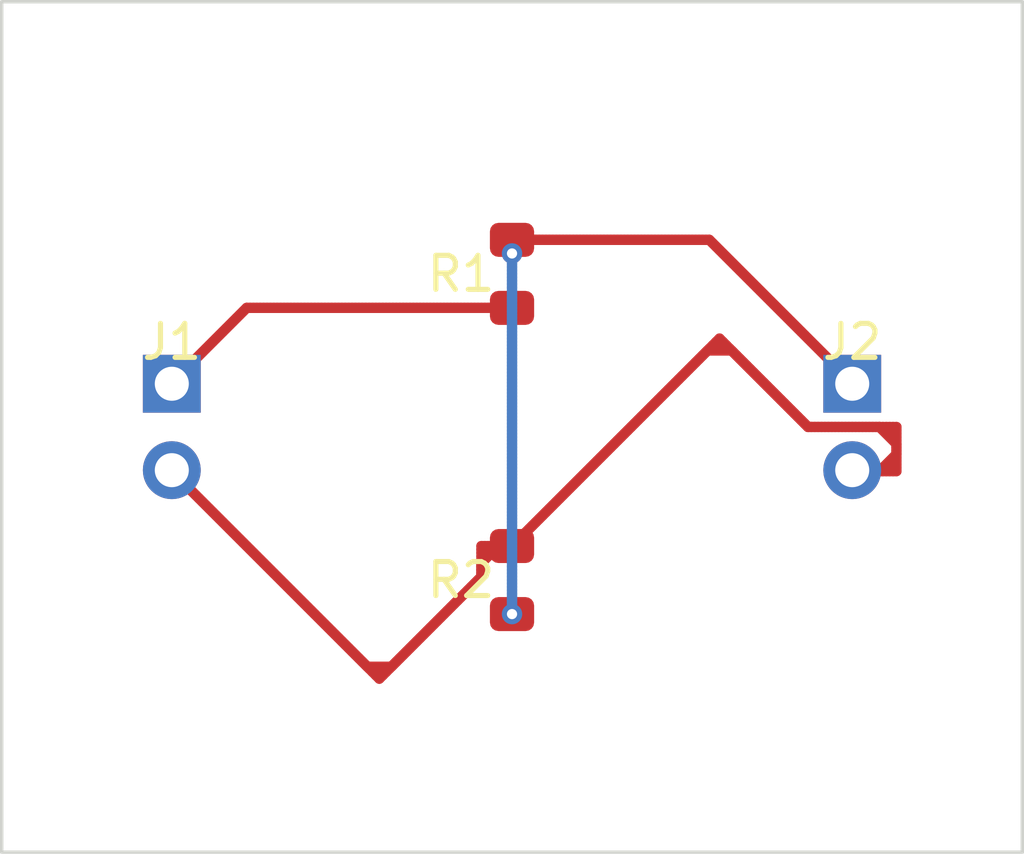
<source format=kicad_pcb>
(kicad_pcb (version 20240108) (generator "kicad-tools-demo") (generator_version "8.0")
  (layers (0 "F.Cu" signal) (31 "B.Cu" signal) (34 "B.Paste" user) (35 "F.Paste" user) (36 "B.SilkS" user "B.Silkscreen") (37 "F.SilkS" user "F.Silkscreen") (38 "B.Mask" user) (39 "F.Mask" user) (44 "Edge.Cuts" user))
  (net 0 "")
  (net 1 "VIN")
  (net 2 "VOUT")
  (net 3 "GND")
  (gr_rect (start 100.0 100.0) (end 130.0 125.0) (stroke (width 0.1)) (fill none) (layer "Edge.Cuts"))
  (footprint "Connector_PinHeader_2.54mm:PinHeader_1x02_P2.54mm_Vertical" (layer "F.Cu") (at 105.0 112.5)
    (fp_text reference "J1")
    (fp_text value "Conn_01x02")
  )
  (footprint "Resistor_SMD:R_0805_2012Metric" (layer "F.Cu") (at 115.0 108.0 90)
    (fp_text reference "R1")
    (fp_text value "10k")
  )
  (footprint "Resistor_SMD:R_0805_2012Metric" (layer "F.Cu") (at 115.0 117.0 90)
    (fp_text reference "R2")
    (fp_text value "10k")
  )
  (footprint "Connector_PinHeader_2.54mm:PinHeader_1x02_P2.54mm_Vertical" (layer "F.Cu") (at 125.0 112.5)
    (fp_text reference "J2")
    (fp_text value "Conn_01x02")
  )
  (segment (start 105.0000 113.7700) (end 105.0000 113.8000) (width 0.3) (layer "F.Cu") (net 3))
  (segment (start 105.0000 113.8000) (end 105.1000 113.9000) (width 0.3) (layer "F.Cu") (net 3))
  (segment (start 105.1000 113.9000) (end 105.2000 114.0000) (width 0.3) (layer "F.Cu") (net 3))
  (segment (start 105.2000 114.0000) (end 105.3000 114.1000) (width 0.3) (layer "F.Cu") (net 3))
  (segment (start 105.3000 114.1000) (end 105.4000 114.2000) (width 0.3) (layer "F.Cu") (net 3))
  (segment (start 105.4000 114.2000) (end 105.5000 114.3000) (width 0.3) (layer "F.Cu") (net 3))
  (segment (start 105.5000 114.3000) (end 105.6000 114.4000) (width 0.3) (layer "F.Cu") (net 3))
  (segment (start 105.6000 114.4000) (end 105.7000 114.5000) (width 0.3) (layer "F.Cu") (net 3))
  (segment (start 105.7000 114.5000) (end 105.8000 114.6000) (width 0.3) (layer "F.Cu") (net 3))
  (segment (start 105.8000 114.6000) (end 105.9000 114.7000) (width 0.3) (layer "F.Cu") (net 3))
  (segment (start 105.9000 114.7000) (end 106.0000 114.8000) (width 0.3) (layer "F.Cu") (net 3))
  (segment (start 106.0000 114.8000) (end 106.1000 114.9000) (width 0.3) (layer "F.Cu") (net 3))
  (segment (start 106.1000 114.9000) (end 106.2000 115.0000) (width 0.3) (layer "F.Cu") (net 3))
  (segment (start 106.2000 115.0000) (end 106.3000 115.1000) (width 0.3) (layer "F.Cu") (net 3))
  (segment (start 106.3000 115.1000) (end 106.4000 115.2000) (width 0.3) (layer "F.Cu") (net 3))
  (segment (start 106.4000 115.2000) (end 106.5000 115.3000) (width 0.3) (layer "F.Cu") (net 3))
  (segment (start 106.5000 115.3000) (end 106.6000 115.4000) (width 0.3) (layer "F.Cu") (net 3))
  (segment (start 106.6000 115.4000) (end 106.7000 115.5000) (width 0.3) (layer "F.Cu") (net 3))
  (segment (start 106.7000 115.5000) (end 106.8000 115.6000) (width 0.3) (layer "F.Cu") (net 3))
  (segment (start 106.8000 115.6000) (end 106.9000 115.7000) (width 0.3) (layer "F.Cu") (net 3))
  (segment (start 106.9000 115.7000) (end 107.0000 115.8000) (width 0.3) (layer "F.Cu") (net 3))
  (segment (start 107.0000 115.8000) (end 107.1000 115.9000) (width 0.3) (layer "F.Cu") (net 3))
  (segment (start 107.1000 115.9000) (end 107.2000 116.0000) (width 0.3) (layer "F.Cu") (net 3))
  (segment (start 107.2000 116.0000) (end 107.3000 116.1000) (width 0.3) (layer "F.Cu") (net 3))
  (segment (start 107.3000 116.1000) (end 107.4000 116.2000) (width 0.3) (layer "F.Cu") (net 3))
  (segment (start 107.4000 116.2000) (end 107.5000 116.3000) (width 0.3) (layer "F.Cu") (net 3))
  (segment (start 107.5000 116.3000) (end 107.6000 116.4000) (width 0.3) (layer "F.Cu") (net 3))
  (segment (start 107.6000 116.4000) (end 107.7000 116.5000) (width 0.3) (layer "F.Cu") (net 3))
  (segment (start 107.7000 116.5000) (end 107.8000 116.6000) (width 0.3) (layer "F.Cu") (net 3))
  (segment (start 107.8000 116.6000) (end 107.9000 116.7000) (width 0.3) (layer "F.Cu") (net 3))
  (segment (start 107.9000 116.7000) (end 108.0000 116.8000) (width 0.3) (layer "F.Cu") (net 3))
  (segment (start 108.0000 116.8000) (end 108.1000 116.9000) (width 0.3) (layer "F.Cu") (net 3))
  (segment (start 108.1000 116.9000) (end 108.2000 117.0000) (width 0.3) (layer "F.Cu") (net 3))
  (segment (start 108.2000 117.0000) (end 108.3000 117.1000) (width 0.3) (layer "F.Cu") (net 3))
  (segment (start 108.3000 117.1000) (end 108.4000 117.2000) (width 0.3) (layer "F.Cu") (net 3))
  (segment (start 108.4000 117.2000) (end 108.5000 117.3000) (width 0.3) (layer "F.Cu") (net 3))
  (segment (start 108.5000 117.3000) (end 108.6000 117.4000) (width 0.3) (layer "F.Cu") (net 3))
  (segment (start 108.6000 117.4000) (end 108.7000 117.5000) (width 0.3) (layer "F.Cu") (net 3))
  (segment (start 108.7000 117.5000) (end 108.8000 117.6000) (width 0.3) (layer "F.Cu") (net 3))
  (segment (start 108.8000 117.6000) (end 108.9000 117.7000) (width 0.3) (layer "F.Cu") (net 3))
  (segment (start 108.9000 117.7000) (end 109.0000 117.8000) (width 0.3) (layer "F.Cu") (net 3))
  (segment (start 109.0000 117.8000) (end 109.1000 117.9000) (width 0.3) (layer "F.Cu") (net 3))
  (segment (start 109.1000 117.9000) (end 109.2000 118.0000) (width 0.3) (layer "F.Cu") (net 3))
  (segment (start 109.2000 118.0000) (end 109.3000 118.1000) (width 0.3) (layer "F.Cu") (net 3))
  (segment (start 109.3000 118.1000) (end 109.4000 118.2000) (width 0.3) (layer "F.Cu") (net 3))
  (segment (start 109.4000 118.2000) (end 109.5000 118.3000) (width 0.3) (layer "F.Cu") (net 3))
  (segment (start 109.5000 118.3000) (end 109.6000 118.4000) (width 0.3) (layer "F.Cu") (net 3))
  (segment (start 109.6000 118.4000) (end 109.7000 118.5000) (width 0.3) (layer "F.Cu") (net 3))
  (segment (start 109.7000 118.5000) (end 109.8000 118.6000) (width 0.3) (layer "F.Cu") (net 3))
  (segment (start 109.8000 118.6000) (end 109.9000 118.7000) (width 0.3) (layer "F.Cu") (net 3))
  (segment (start 109.9000 118.7000) (end 110.0000 118.8000) (width 0.3) (layer "F.Cu") (net 3))
  (segment (start 110.0000 118.8000) (end 110.1000 118.9000) (width 0.3) (layer "F.Cu") (net 3))
  (segment (start 110.1000 118.9000) (end 110.2000 119.0000) (width 0.3) (layer "F.Cu") (net 3))
  (segment (start 110.2000 119.0000) (end 110.3000 119.1000) (width 0.3) (layer "F.Cu") (net 3))
  (segment (start 110.3000 119.1000) (end 110.4000 119.2000) (width 0.3) (layer "F.Cu") (net 3))
  (segment (start 110.4000 119.2000) (end 110.5000 119.3000) (width 0.3) (layer "F.Cu") (net 3))
  (segment (start 110.5000 119.3000) (end 110.6000 119.4000) (width 0.3) (layer "F.Cu") (net 3))
  (segment (start 110.6000 119.4000) (end 110.7000 119.5000) (width 0.3) (layer "F.Cu") (net 3))
  (segment (start 110.7000 119.5000) (end 110.8000 119.6000) (width 0.3) (layer "F.Cu") (net 3))
  (segment (start 110.8000 119.6000) (end 110.9000 119.7000) (width 0.3) (layer "F.Cu") (net 3))
  (segment (start 110.9000 119.7000) (end 111.0000 119.8000) (width 0.3) (layer "F.Cu") (net 3))
  (segment (start 111.0000 119.8000) (end 111.1000 119.9000) (width 0.3) (layer "F.Cu") (net 3))
  (segment (start 111.1000 119.9000) (end 111.2000 119.8000) (width 0.3) (layer "F.Cu") (net 3))
  (segment (start 111.2000 119.8000) (end 111.3000 119.7000) (width 0.3) (layer "F.Cu") (net 3))
  (segment (start 111.3000 119.7000) (end 111.4000 119.6000) (width 0.3) (layer "F.Cu") (net 3))
  (segment (start 111.4000 119.6000) (end 111.5000 119.5000) (width 0.3) (layer "F.Cu") (net 3))
  (segment (start 111.5000 119.5000) (end 111.6000 119.4000) (width 0.3) (layer "F.Cu") (net 3))
  (segment (start 111.6000 119.4000) (end 111.7000 119.3000) (width 0.3) (layer "F.Cu") (net 3))
  (segment (start 111.7000 119.3000) (end 111.8000 119.2000) (width 0.3) (layer "F.Cu") (net 3))
  (segment (start 111.8000 119.2000) (end 111.9000 119.1000) (width 0.3) (layer "F.Cu") (net 3))
  (segment (start 111.9000 119.1000) (end 112.0000 119.0000) (width 0.3) (layer "F.Cu") (net 3))
  (segment (start 112.0000 119.0000) (end 112.1000 118.9000) (width 0.3) (layer "F.Cu") (net 3))
  (segment (start 112.1000 118.9000) (end 112.2000 118.8000) (width 0.3) (layer "F.Cu") (net 3))
  (segment (start 112.2000 118.8000) (end 112.3000 118.7000) (width 0.3) (layer "F.Cu") (net 3))
  (segment (start 112.3000 118.7000) (end 112.4000 118.6000) (width 0.3) (layer "F.Cu") (net 3))
  (segment (start 112.4000 118.6000) (end 112.5000 118.5000) (width 0.3) (layer "F.Cu") (net 3))
  (segment (start 112.5000 118.5000) (end 112.6000 118.4000) (width 0.3) (layer "F.Cu") (net 3))
  (segment (start 112.6000 118.4000) (end 112.7000 118.3000) (width 0.3) (layer "F.Cu") (net 3))
  (segment (start 112.7000 118.3000) (end 112.8000 118.2000) (width 0.3) (layer "F.Cu") (net 3))
  (segment (start 112.8000 118.2000) (end 112.9000 118.1000) (width 0.3) (layer "F.Cu") (net 3))
  (segment (start 112.9000 118.1000) (end 113.0000 118.0000) (width 0.3) (layer "F.Cu") (net 3))
  (segment (start 113.0000 118.0000) (end 113.1000 117.9000) (width 0.3) (layer "F.Cu") (net 3))
  (segment (start 113.1000 117.9000) (end 113.2000 117.8000) (width 0.3) (layer "F.Cu") (net 3))
  (segment (start 113.2000 117.8000) (end 113.3000 117.7000) (width 0.3) (layer "F.Cu") (net 3))
  (segment (start 113.3000 117.7000) (end 113.4000 117.6000) (width 0.3) (layer "F.Cu") (net 3))
  (segment (start 113.4000 117.6000) (end 113.5000 117.5000) (width 0.3) (layer "F.Cu") (net 3))
  (segment (start 113.5000 117.5000) (end 113.6000 117.4000) (width 0.3) (layer "F.Cu") (net 3))
  (segment (start 113.6000 117.4000) (end 113.7000 117.3000) (width 0.3) (layer "F.Cu") (net 3))
  (segment (start 113.7000 117.3000) (end 113.8000 117.2000) (width 0.3) (layer "F.Cu") (net 3))
  (segment (start 113.8000 117.2000) (end 113.9000 117.1000) (width 0.3) (layer "F.Cu") (net 3))
  (segment (start 113.9000 117.1000) (end 114.0000 117.0000) (width 0.3) (layer "F.Cu") (net 3))
  (segment (start 114.0000 117.0000) (end 114.1000 116.9000) (width 0.3) (layer "F.Cu") (net 3))
  (segment (start 114.1000 116.9000) (end 114.1000 116.8000) (width 0.3) (layer "F.Cu") (net 3))
  (segment (start 114.1000 116.8000) (end 114.1000 116.7000) (width 0.3) (layer "F.Cu") (net 3))
  (segment (start 114.1000 116.7000) (end 114.1000 116.6000) (width 0.3) (layer "F.Cu") (net 3))
  (segment (start 114.1000 116.6000) (end 114.1000 116.5000) (width 0.3) (layer "F.Cu") (net 3))
  (segment (start 114.1000 116.5000) (end 114.1000 116.4000) (width 0.3) (layer "F.Cu") (net 3))
  (segment (start 114.1000 116.4000) (end 114.1000 116.3000) (width 0.3) (layer "F.Cu") (net 3))
  (segment (start 114.1000 116.3000) (end 114.1000 116.2000) (width 0.3) (layer "F.Cu") (net 3))
  (segment (start 114.1000 116.2000) (end 114.1000 116.1000) (width 0.3) (layer "F.Cu") (net 3))
  (segment (start 114.1000 116.1000) (end 114.1000 116.0000) (width 0.3) (layer "F.Cu") (net 3))
  (segment (start 114.1000 116.0000) (end 114.2000 116.0000) (width 0.3) (layer "F.Cu") (net 3))
  (segment (start 114.2000 116.0000) (end 114.3000 116.0000) (width 0.3) (layer "F.Cu") (net 3))
  (segment (start 114.3000 116.0000) (end 114.4000 116.0000) (width 0.3) (layer "F.Cu") (net 3))
  (segment (start 114.4000 116.0000) (end 114.5000 116.0000) (width 0.3) (layer "F.Cu") (net 3))
  (segment (start 114.5000 116.0000) (end 114.6000 116.0000) (width 0.3) (layer "F.Cu") (net 3))
  (segment (start 114.6000 116.0000) (end 114.7000 116.0000) (width 0.3) (layer "F.Cu") (net 3))
  (segment (start 114.7000 116.0000) (end 114.8000 116.0000) (width 0.3) (layer "F.Cu") (net 3))
  (segment (start 114.8000 116.0000) (end 114.9000 116.0000) (width 0.3) (layer "F.Cu") (net 3))
  (segment (start 114.9000 116.0000) (end 115.0000 116.0000) (width 0.3) (layer "F.Cu") (net 3))
  (segment (start 115.0000 116.0000) (end 115.1000 115.9000) (width 0.3) (layer "F.Cu") (net 3))
  (segment (start 115.1000 115.9000) (end 115.2000 115.8000) (width 0.3) (layer "F.Cu") (net 3))
  (segment (start 115.2000 115.8000) (end 115.3000 115.7000) (width 0.3) (layer "F.Cu") (net 3))
  (segment (start 115.3000 115.7000) (end 115.4000 115.6000) (width 0.3) (layer "F.Cu") (net 3))
  (segment (start 115.4000 115.6000) (end 115.5000 115.5000) (width 0.3) (layer "F.Cu") (net 3))
  (segment (start 115.5000 115.5000) (end 115.6000 115.4000) (width 0.3) (layer "F.Cu") (net 3))
  (segment (start 115.6000 115.4000) (end 115.7000 115.3000) (width 0.3) (layer "F.Cu") (net 3))
  (segment (start 115.7000 115.3000) (end 115.8000 115.2000) (width 0.3) (layer "F.Cu") (net 3))
  (segment (start 115.8000 115.2000) (end 115.9000 115.1000) (width 0.3) (layer "F.Cu") (net 3))
  (segment (start 115.9000 115.1000) (end 116.0000 115.0000) (width 0.3) (layer "F.Cu") (net 3))
  (segment (start 116.0000 115.0000) (end 116.1000 114.9000) (width 0.3) (layer "F.Cu") (net 3))
  (segment (start 116.1000 114.9000) (end 116.2000 114.8000) (width 0.3) (layer "F.Cu") (net 3))
  (segment (start 116.2000 114.8000) (end 116.3000 114.7000) (width 0.3) (layer "F.Cu") (net 3))
  (segment (start 116.3000 114.7000) (end 116.4000 114.6000) (width 0.3) (layer "F.Cu") (net 3))
  (segment (start 116.4000 114.6000) (end 116.5000 114.5000) (width 0.3) (layer "F.Cu") (net 3))
  (segment (start 116.5000 114.5000) (end 116.6000 114.4000) (width 0.3) (layer "F.Cu") (net 3))
  (segment (start 116.6000 114.4000) (end 116.7000 114.3000) (width 0.3) (layer "F.Cu") (net 3))
  (segment (start 116.7000 114.3000) (end 116.8000 114.2000) (width 0.3) (layer "F.Cu") (net 3))
  (segment (start 116.8000 114.2000) (end 116.9000 114.1000) (width 0.3) (layer "F.Cu") (net 3))
  (segment (start 116.9000 114.1000) (end 117.0000 114.0000) (width 0.3) (layer "F.Cu") (net 3))
  (segment (start 117.0000 114.0000) (end 117.1000 113.9000) (width 0.3) (layer "F.Cu") (net 3))
  (segment (start 117.1000 113.9000) (end 117.2000 113.8000) (width 0.3) (layer "F.Cu") (net 3))
  (segment (start 117.2000 113.8000) (end 117.3000 113.7000) (width 0.3) (layer "F.Cu") (net 3))
  (segment (start 117.3000 113.7000) (end 117.4000 113.6000) (width 0.3) (layer "F.Cu") (net 3))
  (segment (start 117.4000 113.6000) (end 117.5000 113.5000) (width 0.3) (layer "F.Cu") (net 3))
  (segment (start 117.5000 113.5000) (end 117.6000 113.4000) (width 0.3) (layer "F.Cu") (net 3))
  (segment (start 117.6000 113.4000) (end 117.7000 113.3000) (width 0.3) (layer "F.Cu") (net 3))
  (segment (start 117.7000 113.3000) (end 117.8000 113.2000) (width 0.3) (layer "F.Cu") (net 3))
  (segment (start 117.8000 113.2000) (end 117.9000 113.1000) (width 0.3) (layer "F.Cu") (net 3))
  (segment (start 117.9000 113.1000) (end 118.0000 113.0000) (width 0.3) (layer "F.Cu") (net 3))
  (segment (start 118.0000 113.0000) (end 118.1000 112.9000) (width 0.3) (layer "F.Cu") (net 3))
  (segment (start 118.1000 112.9000) (end 118.2000 112.8000) (width 0.3) (layer "F.Cu") (net 3))
  (segment (start 118.2000 112.8000) (end 118.3000 112.7000) (width 0.3) (layer "F.Cu") (net 3))
  (segment (start 118.3000 112.7000) (end 118.4000 112.6000) (width 0.3) (layer "F.Cu") (net 3))
  (segment (start 118.4000 112.6000) (end 118.5000 112.5000) (width 0.3) (layer "F.Cu") (net 3))
  (segment (start 118.5000 112.5000) (end 118.6000 112.4000) (width 0.3) (layer "F.Cu") (net 3))
  (segment (start 118.6000 112.4000) (end 118.7000 112.3000) (width 0.3) (layer "F.Cu") (net 3))
  (segment (start 118.7000 112.3000) (end 118.8000 112.2000) (width 0.3) (layer "F.Cu") (net 3))
  (segment (start 118.8000 112.2000) (end 118.9000 112.1000) (width 0.3) (layer "F.Cu") (net 3))
  (segment (start 118.9000 112.1000) (end 119.0000 112.0000) (width 0.3) (layer "F.Cu") (net 3))
  (segment (start 119.0000 112.0000) (end 119.1000 111.9000) (width 0.3) (layer "F.Cu") (net 3))
  (segment (start 119.1000 111.9000) (end 119.2000 111.8000) (width 0.3) (layer "F.Cu") (net 3))
  (segment (start 119.2000 111.8000) (end 119.3000 111.7000) (width 0.3) (layer "F.Cu") (net 3))
  (segment (start 119.3000 111.7000) (end 119.4000 111.6000) (width 0.3) (layer "F.Cu") (net 3))
  (segment (start 119.4000 111.6000) (end 119.5000 111.5000) (width 0.3) (layer "F.Cu") (net 3))
  (segment (start 119.5000 111.5000) (end 119.6000 111.4000) (width 0.3) (layer "F.Cu") (net 3))
  (segment (start 119.6000 111.4000) (end 119.7000 111.3000) (width 0.3) (layer "F.Cu") (net 3))
  (segment (start 119.7000 111.3000) (end 119.8000 111.2000) (width 0.3) (layer "F.Cu") (net 3))
  (segment (start 119.8000 111.2000) (end 119.9000 111.1000) (width 0.3) (layer "F.Cu") (net 3))
  (segment (start 119.9000 111.1000) (end 120.0000 111.0000) (width 0.3) (layer "F.Cu") (net 3))
  (segment (start 120.0000 111.0000) (end 120.1000 110.9000) (width 0.3) (layer "F.Cu") (net 3))
  (segment (start 120.1000 110.9000) (end 120.2000 110.8000) (width 0.3) (layer "F.Cu") (net 3))
  (segment (start 120.2000 110.8000) (end 120.3000 110.7000) (width 0.3) (layer "F.Cu") (net 3))
  (segment (start 120.3000 110.7000) (end 120.4000 110.6000) (width 0.3) (layer "F.Cu") (net 3))
  (segment (start 120.4000 110.6000) (end 120.5000 110.5000) (width 0.3) (layer "F.Cu") (net 3))
  (segment (start 120.5000 110.5000) (end 120.6000 110.4000) (width 0.3) (layer "F.Cu") (net 3))
  (segment (start 120.6000 110.4000) (end 120.7000 110.3000) (width 0.3) (layer "F.Cu") (net 3))
  (segment (start 120.7000 110.3000) (end 120.8000 110.2000) (width 0.3) (layer "F.Cu") (net 3))
  (segment (start 120.8000 110.2000) (end 120.9000 110.1000) (width 0.3) (layer "F.Cu") (net 3))
  (segment (start 120.9000 110.1000) (end 121.0000 110.0000) (width 0.3) (layer "F.Cu") (net 3))
  (segment (start 121.0000 110.0000) (end 121.1000 109.9000) (width 0.3) (layer "F.Cu") (net 3))
  (segment (start 121.1000 109.9000) (end 121.2000 110.0000) (width 0.3) (layer "F.Cu") (net 3))
  (segment (start 121.2000 110.0000) (end 121.3000 110.1000) (width 0.3) (layer "F.Cu") (net 3))
  (segment (start 121.3000 110.1000) (end 121.4000 110.2000) (width 0.3) (layer "F.Cu") (net 3))
  (segment (start 121.4000 110.2000) (end 121.5000 110.3000) (width 0.3) (layer "F.Cu") (net 3))
  (segment (start 121.5000 110.3000) (end 121.6000 110.4000) (width 0.3) (layer "F.Cu") (net 3))
  (segment (start 121.6000 110.4000) (end 121.7000 110.5000) (width 0.3) (layer "F.Cu") (net 3))
  (segment (start 121.7000 110.5000) (end 121.8000 110.6000) (width 0.3) (layer "F.Cu") (net 3))
  (segment (start 121.8000 110.6000) (end 121.9000 110.7000) (width 0.3) (layer "F.Cu") (net 3))
  (segment (start 121.9000 110.7000) (end 122.0000 110.8000) (width 0.3) (layer "F.Cu") (net 3))
  (segment (start 122.0000 110.8000) (end 122.1000 110.9000) (width 0.3) (layer "F.Cu") (net 3))
  (segment (start 122.1000 110.9000) (end 122.2000 111.0000) (width 0.3) (layer "F.Cu") (net 3))
  (segment (start 122.2000 111.0000) (end 122.3000 111.1000) (width 0.3) (layer "F.Cu") (net 3))
  (segment (start 122.3000 111.1000) (end 122.4000 111.2000) (width 0.3) (layer "F.Cu") (net 3))
  (segment (start 122.4000 111.2000) (end 122.5000 111.3000) (width 0.3) (layer "F.Cu") (net 3))
  (segment (start 122.5000 111.3000) (end 122.6000 111.4000) (width 0.3) (layer "F.Cu") (net 3))
  (segment (start 122.6000 111.4000) (end 122.7000 111.5000) (width 0.3) (layer "F.Cu") (net 3))
  (segment (start 122.7000 111.5000) (end 122.8000 111.6000) (width 0.3) (layer "F.Cu") (net 3))
  (segment (start 122.8000 111.6000) (end 122.9000 111.7000) (width 0.3) (layer "F.Cu") (net 3))
  (segment (start 122.9000 111.7000) (end 123.0000 111.8000) (width 0.3) (layer "F.Cu") (net 3))
  (segment (start 123.0000 111.8000) (end 123.1000 111.9000) (width 0.3) (layer "F.Cu") (net 3))
  (segment (start 123.1000 111.9000) (end 123.2000 112.0000) (width 0.3) (layer "F.Cu") (net 3))
  (segment (start 123.2000 112.0000) (end 123.3000 112.1000) (width 0.3) (layer "F.Cu") (net 3))
  (segment (start 123.3000 112.1000) (end 123.4000 112.2000) (width 0.3) (layer "F.Cu") (net 3))
  (segment (start 123.4000 112.2000) (end 123.5000 112.3000) (width 0.3) (layer "F.Cu") (net 3))
  (segment (start 123.5000 112.3000) (end 123.6000 112.4000) (width 0.3) (layer "F.Cu") (net 3))
  (segment (start 123.6000 112.4000) (end 123.7000 112.5000) (width 0.3) (layer "F.Cu") (net 3))
  (segment (start 123.7000 112.5000) (end 123.8000 112.5000) (width 0.3) (layer "F.Cu") (net 3))
  (segment (start 123.8000 112.5000) (end 123.9000 112.5000) (width 0.3) (layer "F.Cu") (net 3))
  (segment (start 123.9000 112.5000) (end 124.0000 112.5000) (width 0.3) (layer "F.Cu") (net 3))
  (segment (start 124.0000 112.5000) (end 124.1000 112.5000) (width 0.3) (layer "F.Cu") (net 3))
  (segment (start 124.1000 112.5000) (end 124.2000 112.5000) (width 0.3) (layer "F.Cu") (net 3))
  (segment (start 124.2000 112.5000) (end 124.3000 112.5000) (width 0.3) (layer "F.Cu") (net 3))
  (segment (start 124.3000 112.5000) (end 124.4000 112.5000) (width 0.3) (layer "F.Cu") (net 3))
  (segment (start 124.4000 112.5000) (end 124.5000 112.5000) (width 0.3) (layer "F.Cu") (net 3))
  (segment (start 124.5000 112.5000) (end 124.6000 112.5000) (width 0.3) (layer "F.Cu") (net 3))
  (segment (start 124.6000 112.5000) (end 124.7000 112.5000) (width 0.3) (layer "F.Cu") (net 3))
  (segment (start 124.7000 112.5000) (end 124.8000 112.5000) (width 0.3) (layer "F.Cu") (net 3))
  (segment (start 124.8000 112.5000) (end 124.9000 112.5000) (width 0.3) (layer "F.Cu") (net 3))
  (segment (start 124.9000 112.5000) (end 125.0000 112.5000) (width 0.3) (layer "F.Cu") (net 3))
  (segment (start 125.0000 112.5000) (end 125.1000 112.5000) (width 0.3) (layer "F.Cu") (net 3))
  (segment (start 125.1000 112.5000) (end 125.2000 112.5000) (width 0.3) (layer "F.Cu") (net 3))
  (segment (start 125.2000 112.5000) (end 125.3000 112.5000) (width 0.3) (layer "F.Cu") (net 3))
  (segment (start 125.3000 112.5000) (end 125.4000 112.5000) (width 0.3) (layer "F.Cu") (net 3))
  (segment (start 125.4000 112.5000) (end 125.5000 112.5000) (width 0.3) (layer "F.Cu") (net 3))
  (segment (start 125.5000 112.5000) (end 125.6000 112.5000) (width 0.3) (layer "F.Cu") (net 3))
  (segment (start 125.6000 112.5000) (end 125.7000 112.5000) (width 0.3) (layer "F.Cu") (net 3))
  (segment (start 125.7000 112.5000) (end 125.8000 112.5000) (width 0.3) (layer "F.Cu") (net 3))
  (segment (start 125.8000 112.5000) (end 125.9000 112.5000) (width 0.3) (layer "F.Cu") (net 3))
  (segment (start 125.9000 112.5000) (end 126.0000 112.5000) (width 0.3) (layer "F.Cu") (net 3))
  (segment (start 126.0000 112.5000) (end 126.1000 112.5000) (width 0.3) (layer "F.Cu") (net 3))
  (segment (start 126.1000 112.5000) (end 126.2000 112.5000) (width 0.3) (layer "F.Cu") (net 3))
  (segment (start 126.2000 112.5000) (end 126.3000 112.5000) (width 0.3) (layer "F.Cu") (net 3))
  (segment (start 126.3000 112.5000) (end 126.3000 112.6000) (width 0.3) (layer "F.Cu") (net 3))
  (segment (start 126.3000 112.6000) (end 126.3000 112.7000) (width 0.3) (layer "F.Cu") (net 3))
  (segment (start 126.3000 112.7000) (end 126.3000 112.8000) (width 0.3) (layer "F.Cu") (net 3))
  (segment (start 126.3000 112.8000) (end 126.3000 112.9000) (width 0.3) (layer "F.Cu") (net 3))
  (segment (start 126.3000 112.9000) (end 126.3000 113.0000) (width 0.3) (layer "F.Cu") (net 3))
  (segment (start 126.3000 113.0000) (end 126.3000 113.1000) (width 0.3) (layer "F.Cu") (net 3))
  (segment (start 126.3000 113.1000) (end 126.3000 113.2000) (width 0.3) (layer "F.Cu") (net 3))
  (segment (start 126.3000 113.2000) (end 126.3000 113.3000) (width 0.3) (layer "F.Cu") (net 3))
  (segment (start 126.3000 113.3000) (end 126.3000 113.4000) (width 0.3) (layer "F.Cu") (net 3))
  (segment (start 126.3000 113.4000) (end 126.3000 113.5000) (width 0.3) (layer "F.Cu") (net 3))
  (segment (start 126.3000 113.5000) (end 126.3000 113.6000) (width 0.3) (layer "F.Cu") (net 3))
  (segment (start 126.3000 113.6000) (end 126.3000 113.7000) (width 0.3) (layer "F.Cu") (net 3))
  (segment (start 126.3000 113.7000) (end 126.3000 113.8000) (width 0.3) (layer "F.Cu") (net 3))
  (segment (start 126.3000 113.8000) (end 126.2000 113.8000) (width 0.3) (layer "F.Cu") (net 3))
  (segment (start 126.2000 113.8000) (end 126.1000 113.8000) (width 0.3) (layer "F.Cu") (net 3))
  (segment (start 126.1000 113.8000) (end 126.0000 113.8000) (width 0.3) (layer "F.Cu") (net 3))
  (segment (start 126.0000 113.8000) (end 125.9000 113.8000) (width 0.3) (layer "F.Cu") (net 3))
  (segment (start 125.9000 113.8000) (end 125.8000 113.8000) (width 0.3) (layer "F.Cu") (net 3))
  (segment (start 125.8000 113.8000) (end 125.7000 113.8000) (width 0.3) (layer "F.Cu") (net 3))
  (segment (start 125.7000 113.8000) (end 125.6000 113.8000) (width 0.3) (layer "F.Cu") (net 3))
  (segment (start 125.6000 113.8000) (end 125.5000 113.8000) (width 0.3) (layer "F.Cu") (net 3))
  (segment (start 125.5000 113.8000) (end 125.4000 113.8000) (width 0.3) (layer "F.Cu") (net 3))
  (segment (start 125.4000 113.8000) (end 125.3000 113.8000) (width 0.3) (layer "F.Cu") (net 3))
  (segment (start 125.3000 113.8000) (end 125.2000 113.8000) (width 0.3) (layer "F.Cu") (net 3))
  (segment (start 125.2000 113.8000) (end 125.1000 113.8000) (width 0.3) (layer "F.Cu") (net 3))
  (segment (start 125.1000 113.8000) (end 125.0000 113.8000) (width 0.3) (layer "F.Cu") (net 3))
  (segment (start 125.0000 113.8000) (end 125.0000 113.7700) (width 0.3) (layer "F.Cu") (net 3))
  (segment (start 105.0000 111.2300) (end 105.0000 111.2000) (width 0.3) (layer "F.Cu") (net 1))
  (segment (start 105.0000 111.2000) (end 105.1000 111.1000) (width 0.3) (layer "F.Cu") (net 1))
  (segment (start 105.1000 111.1000) (end 105.2000 111.0000) (width 0.3) (layer "F.Cu") (net 1))
  (segment (start 105.2000 111.0000) (end 105.3000 110.9000) (width 0.3) (layer "F.Cu") (net 1))
  (segment (start 105.3000 110.9000) (end 105.4000 110.8000) (width 0.3) (layer "F.Cu") (net 1))
  (segment (start 105.4000 110.8000) (end 105.5000 110.7000) (width 0.3) (layer "F.Cu") (net 1))
  (segment (start 105.5000 110.7000) (end 105.6000 110.6000) (width 0.3) (layer "F.Cu") (net 1))
  (segment (start 105.6000 110.6000) (end 105.7000 110.5000) (width 0.3) (layer "F.Cu") (net 1))
  (segment (start 105.7000 110.5000) (end 105.8000 110.4000) (width 0.3) (layer "F.Cu") (net 1))
  (segment (start 105.8000 110.4000) (end 105.9000 110.3000) (width 0.3) (layer "F.Cu") (net 1))
  (segment (start 105.9000 110.3000) (end 106.0000 110.2000) (width 0.3) (layer "F.Cu") (net 1))
  (segment (start 106.0000 110.2000) (end 106.1000 110.1000) (width 0.3) (layer "F.Cu") (net 1))
  (segment (start 106.1000 110.1000) (end 106.2000 110.0000) (width 0.3) (layer "F.Cu") (net 1))
  (segment (start 106.2000 110.0000) (end 106.3000 109.9000) (width 0.3) (layer "F.Cu") (net 1))
  (segment (start 106.3000 109.9000) (end 106.4000 109.8000) (width 0.3) (layer "F.Cu") (net 1))
  (segment (start 106.4000 109.8000) (end 106.5000 109.7000) (width 0.3) (layer "F.Cu") (net 1))
  (segment (start 106.5000 109.7000) (end 106.6000 109.6000) (width 0.3) (layer "F.Cu") (net 1))
  (segment (start 106.6000 109.6000) (end 106.7000 109.5000) (width 0.3) (layer "F.Cu") (net 1))
  (segment (start 106.7000 109.5000) (end 106.8000 109.4000) (width 0.3) (layer "F.Cu") (net 1))
  (segment (start 106.8000 109.4000) (end 106.9000 109.3000) (width 0.3) (layer "F.Cu") (net 1))
  (segment (start 106.9000 109.3000) (end 107.0000 109.2000) (width 0.3) (layer "F.Cu") (net 1))
  (segment (start 107.0000 109.2000) (end 107.1000 109.1000) (width 0.3) (layer "F.Cu") (net 1))
  (segment (start 107.1000 109.1000) (end 107.2000 109.0000) (width 0.3) (layer "F.Cu") (net 1))
  (segment (start 107.2000 109.0000) (end 107.3000 109.0000) (width 0.3) (layer "F.Cu") (net 1))
  (segment (start 107.3000 109.0000) (end 107.4000 109.0000) (width 0.3) (layer "F.Cu") (net 1))
  (segment (start 107.4000 109.0000) (end 107.5000 109.0000) (width 0.3) (layer "F.Cu") (net 1))
  (segment (start 107.5000 109.0000) (end 107.6000 109.0000) (width 0.3) (layer "F.Cu") (net 1))
  (segment (start 107.6000 109.0000) (end 107.7000 109.0000) (width 0.3) (layer "F.Cu") (net 1))
  (segment (start 107.7000 109.0000) (end 107.8000 109.0000) (width 0.3) (layer "F.Cu") (net 1))
  (segment (start 107.8000 109.0000) (end 107.9000 109.0000) (width 0.3) (layer "F.Cu") (net 1))
  (segment (start 107.9000 109.0000) (end 108.0000 109.0000) (width 0.3) (layer "F.Cu") (net 1))
  (segment (start 108.0000 109.0000) (end 108.1000 109.0000) (width 0.3) (layer "F.Cu") (net 1))
  (segment (start 108.1000 109.0000) (end 108.2000 109.0000) (width 0.3) (layer "F.Cu") (net 1))
  (segment (start 108.2000 109.0000) (end 108.3000 109.0000) (width 0.3) (layer "F.Cu") (net 1))
  (segment (start 108.3000 109.0000) (end 108.4000 109.0000) (width 0.3) (layer "F.Cu") (net 1))
  (segment (start 108.4000 109.0000) (end 108.5000 109.0000) (width 0.3) (layer "F.Cu") (net 1))
  (segment (start 108.5000 109.0000) (end 108.6000 109.0000) (width 0.3) (layer "F.Cu") (net 1))
  (segment (start 108.6000 109.0000) (end 108.7000 109.0000) (width 0.3) (layer "F.Cu") (net 1))
  (segment (start 108.7000 109.0000) (end 108.8000 109.0000) (width 0.3) (layer "F.Cu") (net 1))
  (segment (start 108.8000 109.0000) (end 108.9000 109.0000) (width 0.3) (layer "F.Cu") (net 1))
  (segment (start 108.9000 109.0000) (end 109.0000 109.0000) (width 0.3) (layer "F.Cu") (net 1))
  (segment (start 109.0000 109.0000) (end 109.1000 109.0000) (width 0.3) (layer "F.Cu") (net 1))
  (segment (start 109.1000 109.0000) (end 109.2000 109.0000) (width 0.3) (layer "F.Cu") (net 1))
  (segment (start 109.2000 109.0000) (end 109.3000 109.0000) (width 0.3) (layer "F.Cu") (net 1))
  (segment (start 109.3000 109.0000) (end 109.4000 109.0000) (width 0.3) (layer "F.Cu") (net 1))
  (segment (start 109.4000 109.0000) (end 109.5000 109.0000) (width 0.3) (layer "F.Cu") (net 1))
  (segment (start 109.5000 109.0000) (end 109.6000 109.0000) (width 0.3) (layer "F.Cu") (net 1))
  (segment (start 109.6000 109.0000) (end 109.7000 109.0000) (width 0.3) (layer "F.Cu") (net 1))
  (segment (start 109.7000 109.0000) (end 109.8000 109.0000) (width 0.3) (layer "F.Cu") (net 1))
  (segment (start 109.8000 109.0000) (end 109.9000 109.0000) (width 0.3) (layer "F.Cu") (net 1))
  (segment (start 109.9000 109.0000) (end 110.0000 109.0000) (width 0.3) (layer "F.Cu") (net 1))
  (segment (start 110.0000 109.0000) (end 110.1000 109.0000) (width 0.3) (layer "F.Cu") (net 1))
  (segment (start 110.1000 109.0000) (end 110.2000 109.0000) (width 0.3) (layer "F.Cu") (net 1))
  (segment (start 110.2000 109.0000) (end 110.3000 109.0000) (width 0.3) (layer "F.Cu") (net 1))
  (segment (start 110.3000 109.0000) (end 110.4000 109.0000) (width 0.3) (layer "F.Cu") (net 1))
  (segment (start 110.4000 109.0000) (end 110.5000 109.0000) (width 0.3) (layer "F.Cu") (net 1))
  (segment (start 110.5000 109.0000) (end 110.6000 109.0000) (width 0.3) (layer "F.Cu") (net 1))
  (segment (start 110.6000 109.0000) (end 110.7000 109.0000) (width 0.3) (layer "F.Cu") (net 1))
  (segment (start 110.7000 109.0000) (end 110.8000 109.0000) (width 0.3) (layer "F.Cu") (net 1))
  (segment (start 110.8000 109.0000) (end 110.9000 109.0000) (width 0.3) (layer "F.Cu") (net 1))
  (segment (start 110.9000 109.0000) (end 111.0000 109.0000) (width 0.3) (layer "F.Cu") (net 1))
  (segment (start 111.0000 109.0000) (end 111.1000 109.0000) (width 0.3) (layer "F.Cu") (net 1))
  (segment (start 111.1000 109.0000) (end 111.2000 109.0000) (width 0.3) (layer "F.Cu") (net 1))
  (segment (start 111.2000 109.0000) (end 111.3000 109.0000) (width 0.3) (layer "F.Cu") (net 1))
  (segment (start 111.3000 109.0000) (end 111.4000 109.0000) (width 0.3) (layer "F.Cu") (net 1))
  (segment (start 111.4000 109.0000) (end 111.5000 109.0000) (width 0.3) (layer "F.Cu") (net 1))
  (segment (start 111.5000 109.0000) (end 111.6000 109.0000) (width 0.3) (layer "F.Cu") (net 1))
  (segment (start 111.6000 109.0000) (end 111.7000 109.0000) (width 0.3) (layer "F.Cu") (net 1))
  (segment (start 111.7000 109.0000) (end 111.8000 109.0000) (width 0.3) (layer "F.Cu") (net 1))
  (segment (start 111.8000 109.0000) (end 111.9000 109.0000) (width 0.3) (layer "F.Cu") (net 1))
  (segment (start 111.9000 109.0000) (end 112.0000 109.0000) (width 0.3) (layer "F.Cu") (net 1))
  (segment (start 112.0000 109.0000) (end 112.1000 109.0000) (width 0.3) (layer "F.Cu") (net 1))
  (segment (start 112.1000 109.0000) (end 112.2000 109.0000) (width 0.3) (layer "F.Cu") (net 1))
  (segment (start 112.2000 109.0000) (end 112.3000 109.0000) (width 0.3) (layer "F.Cu") (net 1))
  (segment (start 112.3000 109.0000) (end 112.4000 109.0000) (width 0.3) (layer "F.Cu") (net 1))
  (segment (start 112.4000 109.0000) (end 112.5000 109.0000) (width 0.3) (layer "F.Cu") (net 1))
  (segment (start 112.5000 109.0000) (end 112.6000 109.0000) (width 0.3) (layer "F.Cu") (net 1))
  (segment (start 112.6000 109.0000) (end 112.7000 109.0000) (width 0.3) (layer "F.Cu") (net 1))
  (segment (start 112.7000 109.0000) (end 112.8000 109.0000) (width 0.3) (layer "F.Cu") (net 1))
  (segment (start 112.8000 109.0000) (end 112.9000 109.0000) (width 0.3) (layer "F.Cu") (net 1))
  (segment (start 112.9000 109.0000) (end 113.0000 109.0000) (width 0.3) (layer "F.Cu") (net 1))
  (segment (start 113.0000 109.0000) (end 113.1000 109.0000) (width 0.3) (layer "F.Cu") (net 1))
  (segment (start 113.1000 109.0000) (end 113.2000 109.0000) (width 0.3) (layer "F.Cu") (net 1))
  (segment (start 113.2000 109.0000) (end 113.3000 109.0000) (width 0.3) (layer "F.Cu") (net 1))
  (segment (start 113.3000 109.0000) (end 113.4000 109.0000) (width 0.3) (layer "F.Cu") (net 1))
  (segment (start 113.4000 109.0000) (end 113.5000 109.0000) (width 0.3) (layer "F.Cu") (net 1))
  (segment (start 113.5000 109.0000) (end 113.6000 109.0000) (width 0.3) (layer "F.Cu") (net 1))
  (segment (start 113.6000 109.0000) (end 113.7000 109.0000) (width 0.3) (layer "F.Cu") (net 1))
  (segment (start 113.7000 109.0000) (end 113.8000 109.0000) (width 0.3) (layer "F.Cu") (net 1))
  (segment (start 113.8000 109.0000) (end 113.9000 109.0000) (width 0.3) (layer "F.Cu") (net 1))
  (segment (start 113.9000 109.0000) (end 114.0000 109.0000) (width 0.3) (layer "F.Cu") (net 1))
  (segment (start 114.0000 109.0000) (end 114.1000 109.0000) (width 0.3) (layer "F.Cu") (net 1))
  (segment (start 114.1000 109.0000) (end 114.2000 109.0000) (width 0.3) (layer "F.Cu") (net 1))
  (segment (start 114.2000 109.0000) (end 114.3000 109.0000) (width 0.3) (layer "F.Cu") (net 1))
  (segment (start 114.3000 109.0000) (end 114.4000 109.0000) (width 0.3) (layer "F.Cu") (net 1))
  (segment (start 114.4000 109.0000) (end 114.5000 109.0000) (width 0.3) (layer "F.Cu") (net 1))
  (segment (start 114.5000 109.0000) (end 114.6000 109.0000) (width 0.3) (layer "F.Cu") (net 1))
  (segment (start 114.6000 109.0000) (end 114.7000 109.0000) (width 0.3) (layer "F.Cu") (net 1))
  (segment (start 114.7000 109.0000) (end 114.8000 109.0000) (width 0.3) (layer "F.Cu") (net 1))
  (segment (start 114.8000 109.0000) (end 114.9000 109.0000) (width 0.3) (layer "F.Cu") (net 1))
  (segment (start 114.9000 109.0000) (end 115.0000 109.0000) (width 0.3) (layer "F.Cu") (net 1))
  (segment (start 115.0000 107.0000) (end 115.0000 107.1000) (width 0.3) (layer "F.Cu") (net 2))
  (segment (start 115.0000 107.1000) (end 115.0000 107.2000) (width 0.3) (layer "F.Cu") (net 2))
  (segment (start 115.0000 107.2000) (end 115.0000 107.3000) (width 0.3) (layer "F.Cu") (net 2))
  (segment (start 115.0000 107.3000) (end 115.0000 107.4000) (width 0.3) (layer "F.Cu") (net 2))
  (segment (start 115.0000 107.4000) (end 115.0000 107.5000) (width 0.3) (layer "B.Cu") (net 2))
  (segment (start 115.0000 107.5000) (end 115.0000 107.6000) (width 0.3) (layer "B.Cu") (net 2))
  (segment (start 115.0000 107.6000) (end 115.0000 107.7000) (width 0.3) (layer "B.Cu") (net 2))
  (segment (start 115.0000 107.7000) (end 115.0000 107.8000) (width 0.3) (layer "B.Cu") (net 2))
  (segment (start 115.0000 107.8000) (end 115.0000 107.9000) (width 0.3) (layer "B.Cu") (net 2))
  (segment (start 115.0000 107.9000) (end 115.0000 108.0000) (width 0.3) (layer "B.Cu") (net 2))
  (segment (start 115.0000 108.0000) (end 115.0000 108.1000) (width 0.3) (layer "B.Cu") (net 2))
  (segment (start 115.0000 108.1000) (end 115.0000 108.2000) (width 0.3) (layer "B.Cu") (net 2))
  (segment (start 115.0000 108.2000) (end 115.0000 108.3000) (width 0.3) (layer "B.Cu") (net 2))
  (segment (start 115.0000 108.3000) (end 115.0000 108.4000) (width 0.3) (layer "B.Cu") (net 2))
  (segment (start 115.0000 108.4000) (end 115.0000 108.5000) (width 0.3) (layer "B.Cu") (net 2))
  (segment (start 115.0000 108.5000) (end 115.0000 108.6000) (width 0.3) (layer "B.Cu") (net 2))
  (segment (start 115.0000 108.6000) (end 115.0000 108.7000) (width 0.3) (layer "B.Cu") (net 2))
  (segment (start 115.0000 108.7000) (end 115.0000 108.8000) (width 0.3) (layer "B.Cu") (net 2))
  (segment (start 115.0000 108.8000) (end 115.0000 108.9000) (width 0.3) (layer "B.Cu") (net 2))
  (segment (start 115.0000 108.9000) (end 115.0000 109.0000) (width 0.3) (layer "B.Cu") (net 2))
  (segment (start 115.0000 109.0000) (end 115.0000 109.1000) (width 0.3) (layer "B.Cu") (net 2))
  (segment (start 115.0000 109.1000) (end 115.0000 109.2000) (width 0.3) (layer "B.Cu") (net 2))
  (segment (start 115.0000 109.2000) (end 115.0000 109.3000) (width 0.3) (layer "B.Cu") (net 2))
  (segment (start 115.0000 109.3000) (end 115.0000 109.4000) (width 0.3) (layer "B.Cu") (net 2))
  (segment (start 115.0000 109.4000) (end 115.0000 109.5000) (width 0.3) (layer "B.Cu") (net 2))
  (segment (start 115.0000 109.5000) (end 115.0000 109.6000) (width 0.3) (layer "B.Cu") (net 2))
  (segment (start 115.0000 109.6000) (end 115.0000 109.7000) (width 0.3) (layer "B.Cu") (net 2))
  (segment (start 115.0000 109.7000) (end 115.0000 109.8000) (width 0.3) (layer "B.Cu") (net 2))
  (segment (start 115.0000 109.8000) (end 115.0000 109.9000) (width 0.3) (layer "B.Cu") (net 2))
  (segment (start 115.0000 109.9000) (end 115.0000 110.0000) (width 0.3) (layer "B.Cu") (net 2))
  (segment (start 115.0000 110.0000) (end 115.0000 110.1000) (width 0.3) (layer "B.Cu") (net 2))
  (segment (start 115.0000 110.1000) (end 115.0000 110.2000) (width 0.3) (layer "B.Cu") (net 2))
  (segment (start 115.0000 110.2000) (end 115.0000 110.3000) (width 0.3) (layer "B.Cu") (net 2))
  (segment (start 115.0000 110.3000) (end 115.0000 110.4000) (width 0.3) (layer "B.Cu") (net 2))
  (segment (start 115.0000 110.4000) (end 115.0000 110.5000) (width 0.3) (layer "B.Cu") (net 2))
  (segment (start 115.0000 110.5000) (end 115.0000 110.6000) (width 0.3) (layer "B.Cu") (net 2))
  (segment (start 115.0000 110.6000) (end 115.0000 110.7000) (width 0.3) (layer "B.Cu") (net 2))
  (segment (start 115.0000 110.7000) (end 115.0000 110.8000) (width 0.3) (layer "B.Cu") (net 2))
  (segment (start 115.0000 110.8000) (end 115.0000 110.9000) (width 0.3) (layer "B.Cu") (net 2))
  (segment (start 115.0000 110.9000) (end 115.0000 111.0000) (width 0.3) (layer "B.Cu") (net 2))
  (segment (start 115.0000 111.0000) (end 115.0000 111.1000) (width 0.3) (layer "B.Cu") (net 2))
  (segment (start 115.0000 111.1000) (end 115.0000 111.2000) (width 0.3) (layer "B.Cu") (net 2))
  (segment (start 115.0000 111.2000) (end 115.0000 111.3000) (width 0.3) (layer "B.Cu") (net 2))
  (segment (start 115.0000 111.3000) (end 115.0000 111.4000) (width 0.3) (layer "B.Cu") (net 2))
  (segment (start 115.0000 111.4000) (end 115.0000 111.5000) (width 0.3) (layer "B.Cu") (net 2))
  (segment (start 115.0000 111.5000) (end 115.0000 111.6000) (width 0.3) (layer "B.Cu") (net 2))
  (segment (start 115.0000 111.6000) (end 115.0000 111.7000) (width 0.3) (layer "B.Cu") (net 2))
  (segment (start 115.0000 111.7000) (end 115.0000 111.8000) (width 0.3) (layer "B.Cu") (net 2))
  (segment (start 115.0000 111.8000) (end 115.0000 111.9000) (width 0.3) (layer "B.Cu") (net 2))
  (segment (start 115.0000 111.9000) (end 115.0000 112.0000) (width 0.3) (layer "B.Cu") (net 2))
  (segment (start 115.0000 112.0000) (end 115.0000 112.1000) (width 0.3) (layer "B.Cu") (net 2))
  (segment (start 115.0000 112.1000) (end 115.0000 112.2000) (width 0.3) (layer "B.Cu") (net 2))
  (segment (start 115.0000 112.2000) (end 115.0000 112.3000) (width 0.3) (layer "B.Cu") (net 2))
  (segment (start 115.0000 112.3000) (end 115.0000 112.4000) (width 0.3) (layer "B.Cu") (net 2))
  (segment (start 115.0000 112.4000) (end 115.0000 112.5000) (width 0.3) (layer "B.Cu") (net 2))
  (segment (start 115.0000 112.5000) (end 115.0000 112.6000) (width 0.3) (layer "B.Cu") (net 2))
  (segment (start 115.0000 112.6000) (end 115.0000 112.7000) (width 0.3) (layer "B.Cu") (net 2))
  (segment (start 115.0000 112.7000) (end 115.0000 112.8000) (width 0.3) (layer "B.Cu") (net 2))
  (segment (start 115.0000 112.8000) (end 115.0000 112.9000) (width 0.3) (layer "B.Cu") (net 2))
  (segment (start 115.0000 112.9000) (end 115.0000 113.0000) (width 0.3) (layer "B.Cu") (net 2))
  (segment (start 115.0000 113.0000) (end 115.0000 113.1000) (width 0.3) (layer "B.Cu") (net 2))
  (segment (start 115.0000 113.1000) (end 115.0000 113.2000) (width 0.3) (layer "B.Cu") (net 2))
  (segment (start 115.0000 113.2000) (end 115.0000 113.3000) (width 0.3) (layer "B.Cu") (net 2))
  (segment (start 115.0000 113.3000) (end 115.0000 113.4000) (width 0.3) (layer "B.Cu") (net 2))
  (segment (start 115.0000 113.4000) (end 115.0000 113.5000) (width 0.3) (layer "B.Cu") (net 2))
  (segment (start 115.0000 113.5000) (end 115.0000 113.6000) (width 0.3) (layer "B.Cu") (net 2))
  (segment (start 115.0000 113.6000) (end 115.0000 113.7000) (width 0.3) (layer "B.Cu") (net 2))
  (segment (start 115.0000 113.7000) (end 115.0000 113.8000) (width 0.3) (layer "B.Cu") (net 2))
  (segment (start 115.0000 113.8000) (end 115.0000 113.9000) (width 0.3) (layer "B.Cu") (net 2))
  (segment (start 115.0000 113.9000) (end 115.0000 114.0000) (width 0.3) (layer "B.Cu") (net 2))
  (segment (start 115.0000 114.0000) (end 115.0000 114.1000) (width 0.3) (layer "B.Cu") (net 2))
  (segment (start 115.0000 114.1000) (end 115.0000 114.2000) (width 0.3) (layer "B.Cu") (net 2))
  (segment (start 115.0000 114.2000) (end 115.0000 114.3000) (width 0.3) (layer "B.Cu") (net 2))
  (segment (start 115.0000 114.3000) (end 115.0000 114.4000) (width 0.3) (layer "B.Cu") (net 2))
  (segment (start 115.0000 114.4000) (end 115.0000 114.5000) (width 0.3) (layer "B.Cu") (net 2))
  (segment (start 115.0000 114.5000) (end 115.0000 114.6000) (width 0.3) (layer "B.Cu") (net 2))
  (segment (start 115.0000 114.6000) (end 115.0000 114.7000) (width 0.3) (layer "B.Cu") (net 2))
  (segment (start 115.0000 114.7000) (end 115.0000 114.8000) (width 0.3) (layer "B.Cu") (net 2))
  (segment (start 115.0000 114.8000) (end 115.0000 114.9000) (width 0.3) (layer "B.Cu") (net 2))
  (segment (start 115.0000 114.9000) (end 115.0000 115.0000) (width 0.3) (layer "B.Cu") (net 2))
  (segment (start 115.0000 115.0000) (end 115.0000 115.1000) (width 0.3) (layer "B.Cu") (net 2))
  (segment (start 115.0000 115.1000) (end 115.0000 115.2000) (width 0.3) (layer "B.Cu") (net 2))
  (segment (start 115.0000 115.2000) (end 115.0000 115.3000) (width 0.3) (layer "B.Cu") (net 2))
  (segment (start 115.0000 115.3000) (end 115.0000 115.4000) (width 0.3) (layer "B.Cu") (net 2))
  (segment (start 115.0000 115.4000) (end 115.0000 115.5000) (width 0.3) (layer "B.Cu") (net 2))
  (segment (start 115.0000 115.5000) (end 115.0000 115.6000) (width 0.3) (layer "B.Cu") (net 2))
  (segment (start 115.0000 115.6000) (end 115.0000 115.7000) (width 0.3) (layer "B.Cu") (net 2))
  (segment (start 115.0000 115.7000) (end 115.0000 115.8000) (width 0.3) (layer "B.Cu") (net 2))
  (segment (start 115.0000 115.8000) (end 115.0000 115.9000) (width 0.3) (layer "B.Cu") (net 2))
  (segment (start 115.0000 115.9000) (end 115.0000 116.0000) (width 0.3) (layer "B.Cu") (net 2))
  (segment (start 115.0000 116.0000) (end 115.0000 116.1000) (width 0.3) (layer "B.Cu") (net 2))
  (segment (start 115.0000 116.1000) (end 115.0000 116.2000) (width 0.3) (layer "B.Cu") (net 2))
  (segment (start 115.0000 116.2000) (end 115.0000 116.3000) (width 0.3) (layer "B.Cu") (net 2))
  (segment (start 115.0000 116.3000) (end 115.0000 116.4000) (width 0.3) (layer "B.Cu") (net 2))
  (segment (start 115.0000 116.4000) (end 115.0000 116.5000) (width 0.3) (layer "B.Cu") (net 2))
  (segment (start 115.0000 116.5000) (end 115.0000 116.6000) (width 0.3) (layer "B.Cu") (net 2))
  (segment (start 115.0000 116.6000) (end 115.0000 116.7000) (width 0.3) (layer "B.Cu") (net 2))
  (segment (start 115.0000 116.7000) (end 115.0000 116.8000) (width 0.3) (layer "B.Cu") (net 2))
  (segment (start 115.0000 116.8000) (end 115.0000 116.9000) (width 0.3) (layer "B.Cu") (net 2))
  (segment (start 115.0000 116.9000) (end 115.0000 117.0000) (width 0.3) (layer "B.Cu") (net 2))
  (segment (start 115.0000 117.0000) (end 115.0000 117.1000) (width 0.3) (layer "B.Cu") (net 2))
  (segment (start 115.0000 117.1000) (end 115.0000 117.2000) (width 0.3) (layer "B.Cu") (net 2))
  (segment (start 115.0000 117.2000) (end 115.0000 117.3000) (width 0.3) (layer "B.Cu") (net 2))
  (segment (start 115.0000 117.3000) (end 115.0000 117.4000) (width 0.3) (layer "B.Cu") (net 2))
  (segment (start 115.0000 117.4000) (end 115.0000 117.5000) (width 0.3) (layer "B.Cu") (net 2))
  (segment (start 115.0000 117.5000) (end 115.0000 117.6000) (width 0.3) (layer "B.Cu") (net 2))
  (segment (start 115.0000 117.6000) (end 115.0000 117.7000) (width 0.3) (layer "B.Cu") (net 2))
  (segment (start 115.0000 117.7000) (end 115.0000 117.8000) (width 0.3) (layer "B.Cu") (net 2))
  (segment (start 115.0000 117.8000) (end 115.0000 117.9000) (width 0.3) (layer "B.Cu") (net 2))
  (segment (start 115.0000 117.9000) (end 115.0000 118.0000) (width 0.3) (layer "B.Cu") (net 2))
  (via (at 115.0000 107.4000) (size 0.6) (drill 0.3) (layers "F.Cu" "B.Cu") (net 2))
  (via (at 115.0000 118.0000) (size 0.6) (drill 0.3) (layers "B.Cu" "F.Cu") (net 2))
  (segment (start 115.0000 107.0000) (end 115.1000 107.0000) (width 0.3) (layer "F.Cu") (net 2))
  (segment (start 115.1000 107.0000) (end 115.2000 107.0000) (width 0.3) (layer "F.Cu") (net 2))
  (segment (start 115.2000 107.0000) (end 115.3000 107.0000) (width 0.3) (layer "F.Cu") (net 2))
  (segment (start 115.3000 107.0000) (end 115.4000 107.0000) (width 0.3) (layer "F.Cu") (net 2))
  (segment (start 115.4000 107.0000) (end 115.5000 107.0000) (width 0.3) (layer "F.Cu") (net 2))
  (segment (start 115.5000 107.0000) (end 115.6000 107.0000) (width 0.3) (layer "F.Cu") (net 2))
  (segment (start 115.6000 107.0000) (end 115.7000 107.0000) (width 0.3) (layer "F.Cu") (net 2))
  (segment (start 115.7000 107.0000) (end 115.8000 107.0000) (width 0.3) (layer "F.Cu") (net 2))
  (segment (start 115.8000 107.0000) (end 115.9000 107.0000) (width 0.3) (layer "F.Cu") (net 2))
  (segment (start 115.9000 107.0000) (end 116.0000 107.0000) (width 0.3) (layer "F.Cu") (net 2))
  (segment (start 116.0000 107.0000) (end 116.1000 107.0000) (width 0.3) (layer "F.Cu") (net 2))
  (segment (start 116.1000 107.0000) (end 116.2000 107.0000) (width 0.3) (layer "F.Cu") (net 2))
  (segment (start 116.2000 107.0000) (end 116.3000 107.0000) (width 0.3) (layer "F.Cu") (net 2))
  (segment (start 116.3000 107.0000) (end 116.4000 107.0000) (width 0.3) (layer "F.Cu") (net 2))
  (segment (start 116.4000 107.0000) (end 116.5000 107.0000) (width 0.3) (layer "F.Cu") (net 2))
  (segment (start 116.5000 107.0000) (end 116.6000 107.0000) (width 0.3) (layer "F.Cu") (net 2))
  (segment (start 116.6000 107.0000) (end 116.7000 107.0000) (width 0.3) (layer "F.Cu") (net 2))
  (segment (start 116.7000 107.0000) (end 116.8000 107.0000) (width 0.3) (layer "F.Cu") (net 2))
  (segment (start 116.8000 107.0000) (end 116.9000 107.0000) (width 0.3) (layer "F.Cu") (net 2))
  (segment (start 116.9000 107.0000) (end 117.0000 107.0000) (width 0.3) (layer "F.Cu") (net 2))
  (segment (start 117.0000 107.0000) (end 117.1000 107.0000) (width 0.3) (layer "F.Cu") (net 2))
  (segment (start 117.1000 107.0000) (end 117.2000 107.0000) (width 0.3) (layer "F.Cu") (net 2))
  (segment (start 117.2000 107.0000) (end 117.3000 107.0000) (width 0.3) (layer "F.Cu") (net 2))
  (segment (start 117.3000 107.0000) (end 117.4000 107.0000) (width 0.3) (layer "F.Cu") (net 2))
  (segment (start 117.4000 107.0000) (end 117.5000 107.0000) (width 0.3) (layer "F.Cu") (net 2))
  (segment (start 117.5000 107.0000) (end 117.6000 107.0000) (width 0.3) (layer "F.Cu") (net 2))
  (segment (start 117.6000 107.0000) (end 117.7000 107.0000) (width 0.3) (layer "F.Cu") (net 2))
  (segment (start 117.7000 107.0000) (end 117.8000 107.0000) (width 0.3) (layer "F.Cu") (net 2))
  (segment (start 117.8000 107.0000) (end 117.9000 107.0000) (width 0.3) (layer "F.Cu") (net 2))
  (segment (start 117.9000 107.0000) (end 118.0000 107.0000) (width 0.3) (layer "F.Cu") (net 2))
  (segment (start 118.0000 107.0000) (end 118.1000 107.0000) (width 0.3) (layer "F.Cu") (net 2))
  (segment (start 118.1000 107.0000) (end 118.2000 107.0000) (width 0.3) (layer "F.Cu") (net 2))
  (segment (start 118.2000 107.0000) (end 118.3000 107.0000) (width 0.3) (layer "F.Cu") (net 2))
  (segment (start 118.3000 107.0000) (end 118.4000 107.0000) (width 0.3) (layer "F.Cu") (net 2))
  (segment (start 118.4000 107.0000) (end 118.5000 107.0000) (width 0.3) (layer "F.Cu") (net 2))
  (segment (start 118.5000 107.0000) (end 118.6000 107.0000) (width 0.3) (layer "F.Cu") (net 2))
  (segment (start 118.6000 107.0000) (end 118.7000 107.0000) (width 0.3) (layer "F.Cu") (net 2))
  (segment (start 118.7000 107.0000) (end 118.8000 107.0000) (width 0.3) (layer "F.Cu") (net 2))
  (segment (start 118.8000 107.0000) (end 118.9000 107.0000) (width 0.3) (layer "F.Cu") (net 2))
  (segment (start 118.9000 107.0000) (end 119.0000 107.0000) (width 0.3) (layer "F.Cu") (net 2))
  (segment (start 119.0000 107.0000) (end 119.1000 107.0000) (width 0.3) (layer "F.Cu") (net 2))
  (segment (start 119.1000 107.0000) (end 119.2000 107.0000) (width 0.3) (layer "F.Cu") (net 2))
  (segment (start 119.2000 107.0000) (end 119.3000 107.0000) (width 0.3) (layer "F.Cu") (net 2))
  (segment (start 119.3000 107.0000) (end 119.4000 107.0000) (width 0.3) (layer "F.Cu") (net 2))
  (segment (start 119.4000 107.0000) (end 119.5000 107.0000) (width 0.3) (layer "F.Cu") (net 2))
  (segment (start 119.5000 107.0000) (end 119.6000 107.0000) (width 0.3) (layer "F.Cu") (net 2))
  (segment (start 119.6000 107.0000) (end 119.7000 107.0000) (width 0.3) (layer "F.Cu") (net 2))
  (segment (start 119.7000 107.0000) (end 119.8000 107.0000) (width 0.3) (layer "F.Cu") (net 2))
  (segment (start 119.8000 107.0000) (end 119.9000 107.0000) (width 0.3) (layer "F.Cu") (net 2))
  (segment (start 119.9000 107.0000) (end 120.0000 107.0000) (width 0.3) (layer "F.Cu") (net 2))
  (segment (start 120.0000 107.0000) (end 120.1000 107.0000) (width 0.3) (layer "F.Cu") (net 2))
  (segment (start 120.1000 107.0000) (end 120.2000 107.0000) (width 0.3) (layer "F.Cu") (net 2))
  (segment (start 120.2000 107.0000) (end 120.3000 107.0000) (width 0.3) (layer "F.Cu") (net 2))
  (segment (start 120.3000 107.0000) (end 120.4000 107.0000) (width 0.3) (layer "F.Cu") (net 2))
  (segment (start 120.4000 107.0000) (end 120.5000 107.0000) (width 0.3) (layer "F.Cu") (net 2))
  (segment (start 120.5000 107.0000) (end 120.6000 107.0000) (width 0.3) (layer "F.Cu") (net 2))
  (segment (start 120.6000 107.0000) (end 120.7000 107.0000) (width 0.3) (layer "F.Cu") (net 2))
  (segment (start 120.7000 107.0000) (end 120.8000 107.0000) (width 0.3) (layer "F.Cu") (net 2))
  (segment (start 120.8000 107.0000) (end 120.9000 107.1000) (width 0.3) (layer "F.Cu") (net 2))
  (segment (start 120.9000 107.1000) (end 121.0000 107.2000) (width 0.3) (layer "F.Cu") (net 2))
  (segment (start 121.0000 107.2000) (end 121.1000 107.3000) (width 0.3) (layer "F.Cu") (net 2))
  (segment (start 121.1000 107.3000) (end 121.2000 107.4000) (width 0.3) (layer "F.Cu") (net 2))
  (segment (start 121.2000 107.4000) (end 121.3000 107.5000) (width 0.3) (layer "F.Cu") (net 2))
  (segment (start 121.3000 107.5000) (end 121.4000 107.6000) (width 0.3) (layer "F.Cu") (net 2))
  (segment (start 121.4000 107.6000) (end 121.5000 107.7000) (width 0.3) (layer "F.Cu") (net 2))
  (segment (start 121.5000 107.7000) (end 121.6000 107.8000) (width 0.3) (layer "F.Cu") (net 2))
  (segment (start 121.6000 107.8000) (end 121.7000 107.9000) (width 0.3) (layer "F.Cu") (net 2))
  (segment (start 121.7000 107.9000) (end 121.8000 108.0000) (width 0.3) (layer "F.Cu") (net 2))
  (segment (start 121.8000 108.0000) (end 121.9000 108.1000) (width 0.3) (layer "F.Cu") (net 2))
  (segment (start 121.9000 108.1000) (end 122.0000 108.2000) (width 0.3) (layer "F.Cu") (net 2))
  (segment (start 122.0000 108.2000) (end 122.1000 108.3000) (width 0.3) (layer "F.Cu") (net 2))
  (segment (start 122.1000 108.3000) (end 122.2000 108.4000) (width 0.3) (layer "F.Cu") (net 2))
  (segment (start 122.2000 108.4000) (end 122.3000 108.5000) (width 0.3) (layer "F.Cu") (net 2))
  (segment (start 122.3000 108.5000) (end 122.4000 108.6000) (width 0.3) (layer "F.Cu") (net 2))
  (segment (start 122.4000 108.6000) (end 122.5000 108.7000) (width 0.3) (layer "F.Cu") (net 2))
  (segment (start 122.5000 108.7000) (end 122.6000 108.8000) (width 0.3) (layer "F.Cu") (net 2))
  (segment (start 122.6000 108.8000) (end 122.7000 108.9000) (width 0.3) (layer "F.Cu") (net 2))
  (segment (start 122.7000 108.9000) (end 122.8000 109.0000) (width 0.3) (layer "F.Cu") (net 2))
  (segment (start 122.8000 109.0000) (end 122.9000 109.1000) (width 0.3) (layer "F.Cu") (net 2))
  (segment (start 122.9000 109.1000) (end 123.0000 109.2000) (width 0.3) (layer "F.Cu") (net 2))
  (segment (start 123.0000 109.2000) (end 123.1000 109.3000) (width 0.3) (layer "F.Cu") (net 2))
  (segment (start 123.1000 109.3000) (end 123.2000 109.4000) (width 0.3) (layer "F.Cu") (net 2))
  (segment (start 123.2000 109.4000) (end 123.3000 109.5000) (width 0.3) (layer "F.Cu") (net 2))
  (segment (start 123.3000 109.5000) (end 123.4000 109.6000) (width 0.3) (layer "F.Cu") (net 2))
  (segment (start 123.4000 109.6000) (end 123.5000 109.7000) (width 0.3) (layer "F.Cu") (net 2))
  (segment (start 123.5000 109.7000) (end 123.6000 109.8000) (width 0.3) (layer "F.Cu") (net 2))
  (segment (start 123.6000 109.8000) (end 123.7000 109.9000) (width 0.3) (layer "F.Cu") (net 2))
  (segment (start 123.7000 109.9000) (end 123.8000 110.0000) (width 0.3) (layer "F.Cu") (net 2))
  (segment (start 123.8000 110.0000) (end 123.9000 110.1000) (width 0.3) (layer "F.Cu") (net 2))
  (segment (start 123.9000 110.1000) (end 124.0000 110.2000) (width 0.3) (layer "F.Cu") (net 2))
  (segment (start 124.0000 110.2000) (end 124.1000 110.3000) (width 0.3) (layer "F.Cu") (net 2))
  (segment (start 124.1000 110.3000) (end 124.2000 110.4000) (width 0.3) (layer "F.Cu") (net 2))
  (segment (start 124.2000 110.4000) (end 124.3000 110.5000) (width 0.3) (layer "F.Cu") (net 2))
  (segment (start 124.3000 110.5000) (end 124.4000 110.6000) (width 0.3) (layer "F.Cu") (net 2))
  (segment (start 124.4000 110.6000) (end 124.5000 110.7000) (width 0.3) (layer "F.Cu") (net 2))
  (segment (start 124.5000 110.7000) (end 124.6000 110.8000) (width 0.3) (layer "F.Cu") (net 2))
  (segment (start 124.6000 110.8000) (end 124.7000 110.9000) (width 0.3) (layer "F.Cu") (net 2))
  (segment (start 124.7000 110.9000) (end 124.8000 111.0000) (width 0.3) (layer "F.Cu") (net 2))
  (segment (start 124.8000 111.0000) (end 124.9000 111.1000) (width 0.3) (layer "F.Cu") (net 2))
  (segment (start 124.9000 111.1000) (end 125.0000 111.2000) (width 0.3) (layer "F.Cu") (net 2))
  (segment (start 125.0000 111.2000) (end 125.0000 111.2300) (width 0.3) (layer "F.Cu") (net 2))
  (segment (start 105.0000 113.7700) (end 105.0000 113.8000) (width 0.3) (layer "F.Cu") (net 3))
  (segment (start 105.0000 113.8000) (end 110.7464 119.5464) (width 0.3) (layer "F.Cu") (net 3))
  (segment (start 110.7464 119.5464) (end 111.4536 119.5464) (width 0.3) (layer "F.Cu") (net 3))
  (segment (start 111.4536 119.5464) (end 114.1000 116.9000) (width 0.3) (layer "F.Cu") (net 3))
  (segment (start 114.1000 116.9000) (end 114.1000 116.5000) (width 0.3) (layer "F.Cu") (net 3))
  (segment (start 114.1000 116.5000) (end 114.6000 116.0000) (width 0.3) (layer "F.Cu") (net 3))
  (segment (start 114.6000 116.0000) (end 115.0000 116.0000) (width 0.3) (layer "F.Cu") (net 3))
  (segment (start 115.0000 116.0000) (end 120.7464 110.2536) (width 0.3) (layer "F.Cu") (net 3))
  (segment (start 120.7464 110.2536) (end 121.4536 110.2536) (width 0.3) (layer "F.Cu") (net 3))
  (segment (start 121.4536 110.2536) (end 123.7000 112.5000) (width 0.3) (layer "F.Cu") (net 3))
  (segment (start 123.7000 112.5000) (end 125.8000 112.5000) (width 0.3) (layer "F.Cu") (net 3))
  (segment (start 125.8000 112.5000) (end 126.3000 113.0000) (width 0.3) (layer "F.Cu") (net 3))
  (segment (start 126.3000 113.0000) (end 126.3000 113.3000) (width 0.3) (layer "F.Cu") (net 3))
  (segment (start 126.3000 113.3000) (end 125.8000 113.8000) (width 0.3) (layer "F.Cu") (net 3))
  (segment (start 125.8000 113.8000) (end 125.5000 113.8000) (width 0.3) (layer "F.Cu") (net 3))
  (segment (start 125.0000 113.8000) (end 125.0000 113.7700) (width 0.3) (layer "F.Cu") (net 3))
  (segment (start 105.0000 111.2300) (end 105.0000 111.2000) (width 0.3) (layer "F.Cu") (net 1))
  (segment (start 105.0000 111.2000) (end 107.2000 109.0000) (width 0.3) (layer "F.Cu") (net 1))
  (segment (start 107.2000 109.0000) (end 115.0000 109.0000) (width 0.3) (layer "F.Cu") (net 1))
  (segment (start 115.0000 118.0000) (end 115.0000 107.4000) (width 0.3) (layer "B.Cu") (net 2))
  (segment (start 115.0000 107.4000) (end 115.0000 107.0000) (width 0.3) (layer "F.Cu") (net 2))
  (segment (start 115.0000 107.0000) (end 115.5000 107.0000) (width 0.3) (layer "F.Cu") (net 2))
  (segment (start 115.5000 107.0000) (end 120.8000 107.0000) (width 0.3) (layer "F.Cu") (net 2))
  (segment (start 120.8000 107.0000) (end 125.0000 111.2000) (width 0.3) (layer "F.Cu") (net 2))
  (segment (start 125.0000 111.2000) (end 125.0000 111.2300) (width 0.3) (layer "F.Cu") (net 2))
)
</source>
